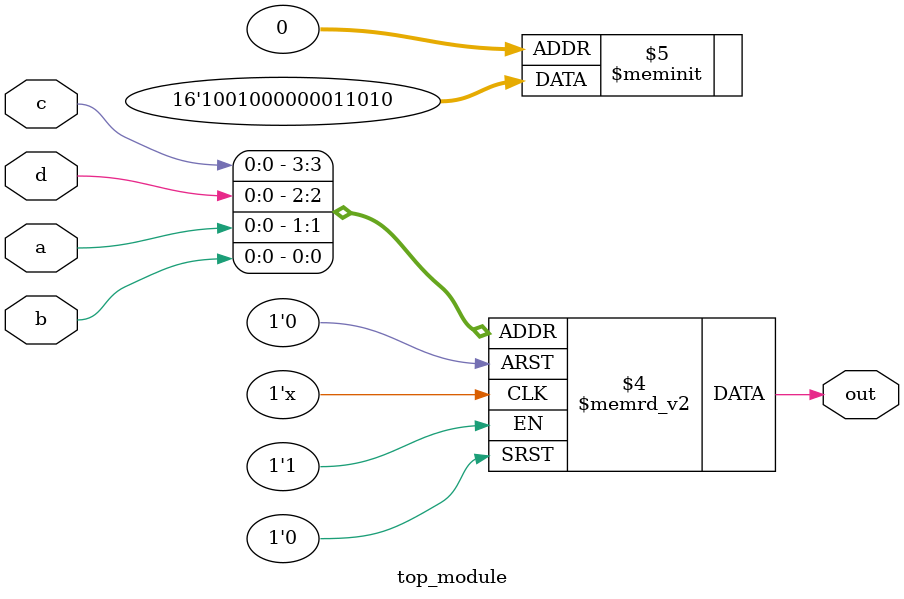
<source format=sv>
module top_module (
	input a, 
	input b,
	input c,
	input d,
	output reg out
);

always @(*) begin
    case ({c, d, a, b})
        4'b0001, 4'b0011, 4'b0100, 4'b1100, 4'b1111: out = 1;
        4'b0000, 4'b0101, 4'b0110, 4'b0111, 4'b1000, 4'b1001, 4'b1010, 4'b1011: out = 0;
        default: out = 0; // 'd' cases can be handled as zero or as needed
    endcase
end

endmodule

</source>
